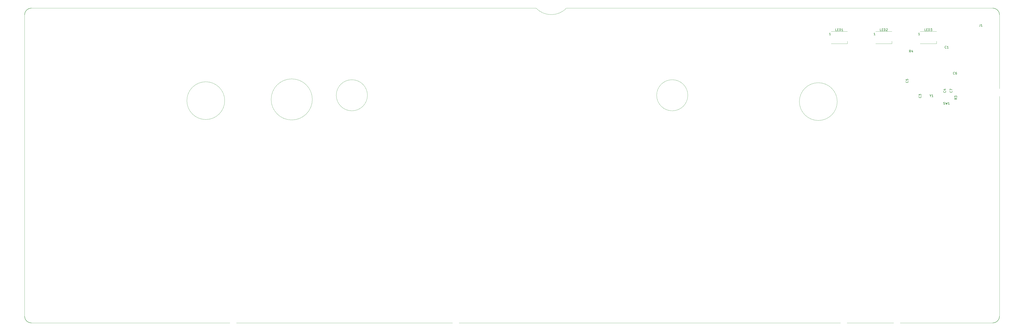
<source format=gbr>
%TF.GenerationSoftware,KiCad,Pcbnew,5.99.0-unknown-ae51e60f70~131~ubuntu21.10.1*%
%TF.CreationDate,2021-10-25T23:55:41-04:00*%
%TF.ProjectId,aek,61656b2e-6b69-4636-9164-5f7063625858,rev?*%
%TF.SameCoordinates,Original*%
%TF.FileFunction,Legend,Top*%
%TF.FilePolarity,Positive*%
%FSLAX46Y46*%
G04 Gerber Fmt 4.6, Leading zero omitted, Abs format (unit mm)*
G04 Created by KiCad (PCBNEW 5.99.0-unknown-ae51e60f70~131~ubuntu21.10.1) date 2021-10-25 23:55:41*
%MOMM*%
%LPD*%
G01*
G04 APERTURE LIST*
%TA.AperFunction,Profile*%
%ADD10C,0.150000*%
%TD*%
%TA.AperFunction,Profile*%
%ADD11C,0.050000*%
%TD*%
%ADD12C,0.150000*%
%ADD13C,0.120000*%
%ADD14O,1.070000X1.800000*%
%ADD15R,1.500000X1.000000*%
%ADD16R,1.070000X1.800000*%
%ADD17C,9.000000*%
%ADD18C,3.987800*%
%ADD19C,1.750000*%
%ADD20C,3.048000*%
G04 APERTURE END LIST*
D10*
X456882500Y-153432000D02*
G75*
G02*
X453834500Y-156480000I-3048000J0D01*
G01*
X18986500Y-17780000D02*
G75*
G02*
X22034500Y-14732000I3048000J0D01*
G01*
X22034500Y-156480000D02*
G75*
G02*
X18986500Y-153432000I0J3048000D01*
G01*
D11*
X22034500Y-156480000D02*
X453834500Y-156480000D01*
X456882500Y-153432000D02*
X456882500Y-17780000D01*
X18986500Y-17780000D02*
X18986500Y-153432000D01*
X172986500Y-53980000D02*
G75*
G03*
X172986500Y-53980000I-7000000J0D01*
G01*
X148236500Y-55850000D02*
G75*
G03*
X148236500Y-55850000I-9250000J0D01*
G01*
X248692001Y-14731999D02*
X22034500Y-14732000D01*
X262407999Y-14731999D02*
X453834500Y-14732000D01*
X108885512Y-56400000D02*
G75*
G03*
X108885512Y-56400000I-8500000J0D01*
G01*
X262407998Y-14731999D02*
G75*
G02*
X248692001Y-14731999I-6857998J6496633D01*
G01*
X316886500Y-53980000D02*
G75*
G03*
X316886500Y-53980000I-7000000J0D01*
G01*
X383985512Y-56830000D02*
G75*
G03*
X383985512Y-56830000I-8500000J0D01*
G01*
D10*
X453834500Y-14732000D02*
G75*
G02*
X456882500Y-17780000I0J-3048000D01*
G01*
D12*
%TO.C,LED1*%
X383784952Y-24968380D02*
X383308761Y-24968380D01*
X383308761Y-23968380D01*
X384118285Y-24444571D02*
X384451619Y-24444571D01*
X384594476Y-24968380D02*
X384118285Y-24968380D01*
X384118285Y-23968380D01*
X384594476Y-23968380D01*
X385023047Y-24968380D02*
X385023047Y-23968380D01*
X385261142Y-23968380D01*
X385404000Y-24016000D01*
X385499238Y-24111238D01*
X385546857Y-24206476D01*
X385594476Y-24396952D01*
X385594476Y-24539809D01*
X385546857Y-24730285D01*
X385499238Y-24825523D01*
X385404000Y-24920761D01*
X385261142Y-24968380D01*
X385023047Y-24968380D01*
X386546857Y-24968380D02*
X385975428Y-24968380D01*
X386261142Y-24968380D02*
X386261142Y-23968380D01*
X386165904Y-24111238D01*
X386070666Y-24206476D01*
X385975428Y-24254095D01*
X381039714Y-26868380D02*
X380468285Y-26868380D01*
X380754000Y-26868380D02*
X380754000Y-25868380D01*
X380658761Y-26011238D01*
X380563523Y-26106476D01*
X380468285Y-26154095D01*
%TO.C,LED2*%
X403784952Y-24968380D02*
X403308761Y-24968380D01*
X403308761Y-23968380D01*
X404118285Y-24444571D02*
X404451619Y-24444571D01*
X404594476Y-24968380D02*
X404118285Y-24968380D01*
X404118285Y-23968380D01*
X404594476Y-23968380D01*
X405023047Y-24968380D02*
X405023047Y-23968380D01*
X405261142Y-23968380D01*
X405404000Y-24016000D01*
X405499238Y-24111238D01*
X405546857Y-24206476D01*
X405594476Y-24396952D01*
X405594476Y-24539809D01*
X405546857Y-24730285D01*
X405499238Y-24825523D01*
X405404000Y-24920761D01*
X405261142Y-24968380D01*
X405023047Y-24968380D01*
X405975428Y-24063619D02*
X406023047Y-24016000D01*
X406118285Y-23968380D01*
X406356380Y-23968380D01*
X406451619Y-24016000D01*
X406499238Y-24063619D01*
X406546857Y-24158857D01*
X406546857Y-24254095D01*
X406499238Y-24396952D01*
X405927809Y-24968380D01*
X406546857Y-24968380D01*
X401039714Y-26868380D02*
X400468285Y-26868380D01*
X400754000Y-26868380D02*
X400754000Y-25868380D01*
X400658761Y-26011238D01*
X400563523Y-26106476D01*
X400468285Y-26154095D01*
%TO.C,LED3*%
X423784952Y-24968380D02*
X423308761Y-24968380D01*
X423308761Y-23968380D01*
X424118285Y-24444571D02*
X424451619Y-24444571D01*
X424594476Y-24968380D02*
X424118285Y-24968380D01*
X424118285Y-23968380D01*
X424594476Y-23968380D01*
X425023047Y-24968380D02*
X425023047Y-23968380D01*
X425261142Y-23968380D01*
X425404000Y-24016000D01*
X425499238Y-24111238D01*
X425546857Y-24206476D01*
X425594476Y-24396952D01*
X425594476Y-24539809D01*
X425546857Y-24730285D01*
X425499238Y-24825523D01*
X425404000Y-24920761D01*
X425261142Y-24968380D01*
X425023047Y-24968380D01*
X425927809Y-23968380D02*
X426546857Y-23968380D01*
X426213523Y-24349333D01*
X426356380Y-24349333D01*
X426451619Y-24396952D01*
X426499238Y-24444571D01*
X426546857Y-24539809D01*
X426546857Y-24777904D01*
X426499238Y-24873142D01*
X426451619Y-24920761D01*
X426356380Y-24968380D01*
X426070666Y-24968380D01*
X425975428Y-24920761D01*
X425927809Y-24873142D01*
X421039714Y-26868380D02*
X420468285Y-26868380D01*
X420754000Y-26868380D02*
X420754000Y-25868380D01*
X420658761Y-26011238D01*
X420563523Y-26106476D01*
X420468285Y-26154095D01*
%TO.C,H2*%
X451936095Y-49486380D02*
X451936095Y-48486380D01*
X451936095Y-48962571D02*
X452507523Y-48962571D01*
X452507523Y-49486380D02*
X452507523Y-48486380D01*
X452936095Y-48581619D02*
X452983714Y-48534000D01*
X453078952Y-48486380D01*
X453317047Y-48486380D01*
X453412285Y-48534000D01*
X453459904Y-48581619D01*
X453507523Y-48676857D01*
X453507523Y-48772095D01*
X453459904Y-48914952D01*
X452888476Y-49486380D01*
X453507523Y-49486380D01*
%TO.C,H1*%
X23038095Y-49486380D02*
X23038095Y-48486380D01*
X23038095Y-48962571D02*
X23609523Y-48962571D01*
X23609523Y-49486380D02*
X23609523Y-48486380D01*
X24609523Y-49486380D02*
X24038095Y-49486380D01*
X24323809Y-49486380D02*
X24323809Y-48486380D01*
X24228571Y-48629238D01*
X24133333Y-48724476D01*
X24038095Y-48772095D01*
%TO.C,SW1*%
X431736666Y-58062761D02*
X431879523Y-58110380D01*
X432117619Y-58110380D01*
X432212857Y-58062761D01*
X432260476Y-58015142D01*
X432308095Y-57919904D01*
X432308095Y-57824666D01*
X432260476Y-57729428D01*
X432212857Y-57681809D01*
X432117619Y-57634190D01*
X431927142Y-57586571D01*
X431831904Y-57538952D01*
X431784285Y-57491333D01*
X431736666Y-57396095D01*
X431736666Y-57300857D01*
X431784285Y-57205619D01*
X431831904Y-57158000D01*
X431927142Y-57110380D01*
X432165238Y-57110380D01*
X432308095Y-57158000D01*
X432641428Y-57110380D02*
X432879523Y-58110380D01*
X433070000Y-57396095D01*
X433260476Y-58110380D01*
X433498571Y-57110380D01*
X434403333Y-58110380D02*
X433831904Y-58110380D01*
X434117619Y-58110380D02*
X434117619Y-57110380D01*
X434022380Y-57253238D01*
X433927142Y-57348476D01*
X433831904Y-57396095D01*
%TO.C,C1*%
X432969333Y-32713142D02*
X432921714Y-32760761D01*
X432778857Y-32808380D01*
X432683619Y-32808380D01*
X432540761Y-32760761D01*
X432445523Y-32665523D01*
X432397904Y-32570285D01*
X432350285Y-32379809D01*
X432350285Y-32236952D01*
X432397904Y-32046476D01*
X432445523Y-31951238D01*
X432540761Y-31856000D01*
X432683619Y-31808380D01*
X432778857Y-31808380D01*
X432921714Y-31856000D01*
X432969333Y-31903619D01*
X433921714Y-32808380D02*
X433350285Y-32808380D01*
X433636000Y-32808380D02*
X433636000Y-31808380D01*
X433540761Y-31951238D01*
X433445523Y-32046476D01*
X433350285Y-32094095D01*
%TO.C,C5*%
X415745142Y-47664666D02*
X415792761Y-47712285D01*
X415840380Y-47855142D01*
X415840380Y-47950380D01*
X415792761Y-48093238D01*
X415697523Y-48188476D01*
X415602285Y-48236095D01*
X415411809Y-48283714D01*
X415268952Y-48283714D01*
X415078476Y-48236095D01*
X414983238Y-48188476D01*
X414888000Y-48093238D01*
X414840380Y-47950380D01*
X414840380Y-47855142D01*
X414888000Y-47712285D01*
X414935619Y-47664666D01*
X414840380Y-46759904D02*
X414840380Y-47236095D01*
X415316571Y-47283714D01*
X415268952Y-47236095D01*
X415221333Y-47140857D01*
X415221333Y-46902761D01*
X415268952Y-46807523D01*
X415316571Y-46759904D01*
X415411809Y-46712285D01*
X415649904Y-46712285D01*
X415745142Y-46759904D01*
X415792761Y-46807523D01*
X415840380Y-46902761D01*
X415840380Y-47140857D01*
X415792761Y-47236095D01*
X415745142Y-47283714D01*
%TO.C,C6*%
X436713333Y-44455142D02*
X436665714Y-44502761D01*
X436522857Y-44550380D01*
X436427619Y-44550380D01*
X436284761Y-44502761D01*
X436189523Y-44407523D01*
X436141904Y-44312285D01*
X436094285Y-44121809D01*
X436094285Y-43978952D01*
X436141904Y-43788476D01*
X436189523Y-43693238D01*
X436284761Y-43598000D01*
X436427619Y-43550380D01*
X436522857Y-43550380D01*
X436665714Y-43598000D01*
X436713333Y-43645619D01*
X437570476Y-43550380D02*
X437380000Y-43550380D01*
X437284761Y-43598000D01*
X437237142Y-43645619D01*
X437141904Y-43788476D01*
X437094285Y-43978952D01*
X437094285Y-44359904D01*
X437141904Y-44455142D01*
X437189523Y-44502761D01*
X437284761Y-44550380D01*
X437475238Y-44550380D01*
X437570476Y-44502761D01*
X437618095Y-44455142D01*
X437665714Y-44359904D01*
X437665714Y-44121809D01*
X437618095Y-44026571D01*
X437570476Y-43978952D01*
X437475238Y-43931333D01*
X437284761Y-43931333D01*
X437189523Y-43978952D01*
X437141904Y-44026571D01*
X437094285Y-44121809D01*
%TO.C,C7*%
X435514142Y-52101166D02*
X435561761Y-52148785D01*
X435609380Y-52291642D01*
X435609380Y-52386880D01*
X435561761Y-52529738D01*
X435466523Y-52624976D01*
X435371285Y-52672595D01*
X435180809Y-52720214D01*
X435037952Y-52720214D01*
X434847476Y-52672595D01*
X434752238Y-52624976D01*
X434657000Y-52529738D01*
X434609380Y-52386880D01*
X434609380Y-52291642D01*
X434657000Y-52148785D01*
X434704619Y-52101166D01*
X434609380Y-51767833D02*
X434609380Y-51101166D01*
X435609380Y-51529738D01*
%TO.C,J1*%
X448142416Y-21983130D02*
X448142416Y-22697416D01*
X448094797Y-22840273D01*
X447999559Y-22935511D01*
X447856702Y-22983130D01*
X447761464Y-22983130D01*
X449142416Y-22983130D02*
X448570988Y-22983130D01*
X448856702Y-22983130D02*
X448856702Y-21983130D01*
X448761464Y-22125988D01*
X448666226Y-22221226D01*
X448570988Y-22268845D01*
%TO.C,R3*%
X437712380Y-55181166D02*
X437236190Y-55514500D01*
X437712380Y-55752595D02*
X436712380Y-55752595D01*
X436712380Y-55371642D01*
X436760000Y-55276404D01*
X436807619Y-55228785D01*
X436902857Y-55181166D01*
X437045714Y-55181166D01*
X437140952Y-55228785D01*
X437188571Y-55276404D01*
X437236190Y-55371642D01*
X437236190Y-55752595D01*
X436712380Y-54847833D02*
X436712380Y-54228785D01*
X437093333Y-54562119D01*
X437093333Y-54419261D01*
X437140952Y-54324023D01*
X437188571Y-54276404D01*
X437283809Y-54228785D01*
X437521904Y-54228785D01*
X437617142Y-54276404D01*
X437664761Y-54324023D01*
X437712380Y-54419261D01*
X437712380Y-54704976D01*
X437664761Y-54800214D01*
X437617142Y-54847833D01*
%TO.C,R4*%
X417004833Y-34616380D02*
X416671500Y-34140190D01*
X416433404Y-34616380D02*
X416433404Y-33616380D01*
X416814357Y-33616380D01*
X416909595Y-33664000D01*
X416957214Y-33711619D01*
X417004833Y-33806857D01*
X417004833Y-33949714D01*
X416957214Y-34044952D01*
X416909595Y-34092571D01*
X416814357Y-34140190D01*
X416433404Y-34140190D01*
X417861976Y-33949714D02*
X417861976Y-34616380D01*
X417623880Y-33568761D02*
X417385785Y-34283047D01*
X418004833Y-34283047D01*
%TO.C,Y1*%
X425863309Y-54204440D02*
X425863309Y-54680630D01*
X425529976Y-53680630D02*
X425863309Y-54204440D01*
X426196642Y-53680630D01*
X427053785Y-54680630D02*
X426482357Y-54680630D01*
X426768071Y-54680630D02*
X426768071Y-53680630D01*
X426672833Y-53823488D01*
X426577595Y-53918726D01*
X426482357Y-53966345D01*
%TO.C,C3*%
X421587142Y-54456666D02*
X421634761Y-54504285D01*
X421682380Y-54647142D01*
X421682380Y-54742380D01*
X421634761Y-54885238D01*
X421539523Y-54980476D01*
X421444285Y-55028095D01*
X421253809Y-55075714D01*
X421110952Y-55075714D01*
X420920476Y-55028095D01*
X420825238Y-54980476D01*
X420730000Y-54885238D01*
X420682380Y-54742380D01*
X420682380Y-54647142D01*
X420730000Y-54504285D01*
X420777619Y-54456666D01*
X420682380Y-54123333D02*
X420682380Y-53504285D01*
X421063333Y-53837619D01*
X421063333Y-53694761D01*
X421110952Y-53599523D01*
X421158571Y-53551904D01*
X421253809Y-53504285D01*
X421491904Y-53504285D01*
X421587142Y-53551904D01*
X421634761Y-53599523D01*
X421682380Y-53694761D01*
X421682380Y-53980476D01*
X421634761Y-54075714D01*
X421587142Y-54123333D01*
%TO.C,C4*%
X432651642Y-52101166D02*
X432699261Y-52148785D01*
X432746880Y-52291642D01*
X432746880Y-52386880D01*
X432699261Y-52529738D01*
X432604023Y-52624976D01*
X432508785Y-52672595D01*
X432318309Y-52720214D01*
X432175452Y-52720214D01*
X431984976Y-52672595D01*
X431889738Y-52624976D01*
X431794500Y-52529738D01*
X431746880Y-52386880D01*
X431746880Y-52291642D01*
X431794500Y-52148785D01*
X431842119Y-52101166D01*
X432080214Y-51244023D02*
X432746880Y-51244023D01*
X431699261Y-51482119D02*
X432413547Y-51720214D01*
X432413547Y-51101166D01*
D13*
%TO.C,LED1*%
X381254000Y-30766000D02*
X388554000Y-30766000D01*
X388554000Y-30766000D02*
X388554000Y-29616000D01*
X381254000Y-25266000D02*
X388554000Y-25266000D01*
%TO.C,LED2*%
X401254000Y-25266000D02*
X408554000Y-25266000D01*
X408554000Y-30766000D02*
X408554000Y-29616000D01*
X401254000Y-30766000D02*
X408554000Y-30766000D01*
%TO.C,LED3*%
X421254000Y-30766000D02*
X428554000Y-30766000D01*
X428554000Y-30766000D02*
X428554000Y-29616000D01*
X421254000Y-25266000D02*
X428554000Y-25266000D01*
%TD*%
%LPC*%
D14*
%TO.C,LED1*%
X385539000Y-28016000D03*
D15*
X382454000Y-26416000D03*
D14*
X382999000Y-28016000D03*
D15*
X382454000Y-29616000D03*
D16*
X384269000Y-28016000D03*
D15*
X387354000Y-29616000D03*
D14*
X386809000Y-28016000D03*
D15*
X387354000Y-26416000D03*
%TD*%
%TO.C,LED2*%
X407354000Y-26416000D03*
D14*
X406809000Y-28016000D03*
D15*
X407354000Y-29616000D03*
D16*
X404269000Y-28016000D03*
D15*
X402454000Y-29616000D03*
D14*
X402999000Y-28016000D03*
D15*
X402454000Y-26416000D03*
D14*
X405539000Y-28016000D03*
%TD*%
%TO.C,LED3*%
X425539000Y-28016000D03*
D15*
X422454000Y-26416000D03*
D14*
X422999000Y-28016000D03*
D15*
X422454000Y-29616000D03*
D16*
X424269000Y-28016000D03*
D15*
X427354000Y-29616000D03*
D14*
X426809000Y-28016000D03*
D15*
X427354000Y-26416000D03*
%TD*%
D17*
%TO.C,H2*%
X452698000Y-52734000D03*
%TD*%
D18*
%TO.C,SW_0*%
X219837000Y-72707500D03*
D19*
X224917000Y-72707500D03*
X214757000Y-72707500D03*
%TD*%
D18*
%TO.C,SW_1*%
X48387000Y-72707500D03*
D19*
X43307000Y-72707500D03*
X53467000Y-72707500D03*
%TD*%
D18*
%TO.C,SW_2*%
X67437000Y-72707500D03*
D19*
X62357000Y-72707500D03*
X72517000Y-72707500D03*
%TD*%
%TO.C,SW_3*%
X81407000Y-72707500D03*
D18*
X86487000Y-72707500D03*
D19*
X91567000Y-72707500D03*
%TD*%
D18*
%TO.C,SW_6*%
X143637000Y-72707500D03*
D19*
X138557000Y-72707500D03*
X148717000Y-72707500D03*
%TD*%
%TO.C,SW_7*%
X167767000Y-72707500D03*
D18*
X162687000Y-72707500D03*
D19*
X157607000Y-72707500D03*
%TD*%
D18*
%TO.C,SW_8*%
X181737000Y-72707500D03*
D19*
X186817000Y-72707500D03*
X176657000Y-72707500D03*
%TD*%
%TO.C,SW_9*%
X195707000Y-72707500D03*
D18*
X200787000Y-72707500D03*
D19*
X205867000Y-72707500D03*
%TD*%
D18*
%TO.C,SW_A1*%
X62674500Y-110807500D03*
D19*
X67754500Y-110807500D03*
X57594500Y-110807500D03*
%TD*%
%TO.C,SW_APOS1*%
X258254500Y-110807500D03*
D18*
X253174500Y-110807500D03*
D19*
X248094500Y-110807500D03*
%TD*%
%TO.C,SW_B1*%
X153479500Y-129857500D03*
X143319500Y-129857500D03*
D18*
X148399500Y-129857500D03*
%TD*%
D19*
%TO.C,SW_BACKSP1*%
X291592000Y-72707500D03*
D20*
X274574000Y-65722500D03*
D18*
X274574000Y-80962500D03*
X286512000Y-72707500D03*
D19*
X281432000Y-72707500D03*
D20*
X298450000Y-65722500D03*
D18*
X298450000Y-80962500D03*
%TD*%
D19*
%TO.C,SW_BKSLS1*%
X296354500Y-91757500D03*
D18*
X291274500Y-91757500D03*
D19*
X286194500Y-91757500D03*
%TD*%
%TO.C,SW_C1*%
X115379500Y-129857500D03*
X105219500Y-129857500D03*
D18*
X110299500Y-129857500D03*
%TD*%
D19*
%TO.C,SW_CAP1*%
X41560750Y-110807500D03*
D18*
X36480750Y-110807500D03*
D19*
X31400750Y-110807500D03*
%TD*%
D18*
%TO.C,SW_COLON1*%
X234124500Y-110807500D03*
D19*
X229044500Y-110807500D03*
X239204500Y-110807500D03*
%TD*%
D18*
%TO.C,SW_COMMA1*%
X205549500Y-129857500D03*
D19*
X200469500Y-129857500D03*
X210629500Y-129857500D03*
%TD*%
%TO.C,SW_D1*%
X95694500Y-110807500D03*
D18*
X100774500Y-110807500D03*
D19*
X105854500Y-110807500D03*
%TD*%
D18*
%TO.C,SW_DEL1*%
X323659500Y-91757500D03*
D19*
X328739500Y-91757500D03*
X318579500Y-91757500D03*
%TD*%
%TO.C,SW_DOWN1*%
X337629500Y-148907500D03*
X347789500Y-148907500D03*
D18*
X342709500Y-148907500D03*
%TD*%
%TO.C,SW_E1*%
X96012000Y-91757500D03*
D19*
X90932000Y-91757500D03*
X101092000Y-91757500D03*
%TD*%
%TO.C,SW_END1*%
X347789500Y-91757500D03*
D18*
X342709500Y-91757500D03*
D19*
X337629500Y-91757500D03*
%TD*%
D20*
%TO.C,SW_ENTER1*%
X272192750Y-103822500D03*
D19*
X279050750Y-110807500D03*
D18*
X284130750Y-110807500D03*
X296068750Y-119062500D03*
D20*
X296068750Y-103822500D03*
D19*
X289210750Y-110807500D03*
D18*
X272192750Y-119062500D03*
%TD*%
D19*
%TO.C,SW_EQ1*%
X252857000Y-72707500D03*
D18*
X257937000Y-72707500D03*
D19*
X263017000Y-72707500D03*
%TD*%
D18*
%TO.C,SW_ESC1*%
X29337000Y-34607500D03*
D19*
X29337000Y-29527500D03*
X29337000Y-39687500D03*
%TD*%
D18*
%TO.C,SW_F1*%
X67437000Y-34607500D03*
D19*
X67437000Y-39687500D03*
X67437000Y-29527500D03*
%TD*%
%TO.C,SW_F2*%
X86487000Y-29527500D03*
X86487000Y-39687500D03*
D18*
X86487000Y-34607500D03*
%TD*%
D19*
%TO.C,SW_F3*%
X105537000Y-29527500D03*
X105537000Y-39687500D03*
D18*
X105537000Y-34607500D03*
%TD*%
D19*
%TO.C,SW_F4*%
X124587000Y-39687500D03*
D18*
X124587000Y-34607500D03*
D19*
X124587000Y-29527500D03*
%TD*%
%TO.C,SW_F5*%
X153162000Y-39687500D03*
D18*
X153162000Y-34607500D03*
D19*
X153162000Y-29527500D03*
%TD*%
D18*
%TO.C,SW_F6*%
X172212000Y-34607500D03*
D19*
X172212000Y-39687500D03*
X172212000Y-29527500D03*
%TD*%
%TO.C,SW_F7*%
X191262000Y-29527500D03*
X191262000Y-39687500D03*
D18*
X191262000Y-34607500D03*
%TD*%
D19*
%TO.C,SW_F8*%
X210312000Y-39687500D03*
D18*
X210312000Y-34607500D03*
D19*
X210312000Y-29527500D03*
%TD*%
%TO.C,SW_F9*%
X238887000Y-29527500D03*
D18*
X238887000Y-34607500D03*
D19*
X238887000Y-39687500D03*
%TD*%
%TO.C,SW_F10*%
X257937000Y-29527500D03*
D18*
X257937000Y-34607500D03*
D19*
X257937000Y-39687500D03*
%TD*%
%TO.C,SW_F11*%
X276987000Y-39687500D03*
X276987000Y-29527500D03*
D18*
X276987000Y-34607500D03*
%TD*%
%TO.C,SW_F12*%
X296037000Y-34607500D03*
D19*
X296037000Y-39687500D03*
X296037000Y-29527500D03*
%TD*%
%TO.C,SW_F13*%
X114744500Y-110807500D03*
X124904500Y-110807500D03*
D18*
X119824500Y-110807500D03*
%TD*%
D19*
%TO.C,SW_G1*%
X143954500Y-110807500D03*
X133794500Y-110807500D03*
D18*
X138874500Y-110807500D03*
%TD*%
%TO.C,SW_H1*%
X157924500Y-110807500D03*
D19*
X163004500Y-110807500D03*
X152844500Y-110807500D03*
%TD*%
%TO.C,SW_HOME1*%
X337629500Y-72707500D03*
D18*
X342709500Y-72707500D03*
D19*
X347789500Y-72707500D03*
%TD*%
D18*
%TO.C,SW_I1*%
X191262000Y-91757500D03*
D19*
X196342000Y-91757500D03*
X186182000Y-91757500D03*
%TD*%
%TO.C,SW_INS1*%
X318579500Y-72707500D03*
D18*
X323659500Y-72707500D03*
D19*
X328739500Y-72707500D03*
%TD*%
%TO.C,SW_J1*%
X171894500Y-110807500D03*
D18*
X176974500Y-110807500D03*
D19*
X182054500Y-110807500D03*
%TD*%
%TO.C,SW_K1*%
X201104500Y-110807500D03*
X190944500Y-110807500D03*
D18*
X196024500Y-110807500D03*
%TD*%
D20*
%TO.C,SW_KP0*%
X410845000Y-155892500D03*
D19*
X393827000Y-148907500D03*
D18*
X386969000Y-140652500D03*
X398907000Y-148907500D03*
D19*
X403987000Y-148907500D03*
D18*
X410845000Y-140652500D03*
D20*
X386969000Y-155892500D03*
%TD*%
D18*
%TO.C,SW_KP1*%
X389382000Y-129857500D03*
D19*
X384302000Y-129857500D03*
X394462000Y-129857500D03*
%TD*%
%TO.C,SW_KP2*%
X413512000Y-129857500D03*
D18*
X408432000Y-129857500D03*
D19*
X403352000Y-129857500D03*
%TD*%
%TO.C,SW_KP3*%
X432562000Y-129857500D03*
X422402000Y-129857500D03*
D18*
X427482000Y-129857500D03*
%TD*%
D19*
%TO.C,SW_KP4*%
X384302000Y-110807500D03*
D18*
X389382000Y-110807500D03*
D19*
X394462000Y-110807500D03*
%TD*%
%TO.C,SW_KP5*%
X413512000Y-110807500D03*
D18*
X408432000Y-110807500D03*
D19*
X403352000Y-110807500D03*
%TD*%
%TO.C,SW_KP6*%
X432562000Y-110807500D03*
X422402000Y-110807500D03*
D18*
X427482000Y-110807500D03*
%TD*%
D19*
%TO.C,SW_KP7*%
X384302000Y-91757500D03*
D18*
X389382000Y-91757500D03*
D19*
X394462000Y-91757500D03*
%TD*%
D18*
%TO.C,SW_KP8*%
X408432000Y-91757500D03*
D19*
X413512000Y-91757500D03*
X403352000Y-91757500D03*
%TD*%
%TO.C,SW_KP9*%
X422402000Y-91757500D03*
D18*
X427482000Y-91757500D03*
D19*
X432562000Y-91757500D03*
%TD*%
D18*
%TO.C,SW_KPASTR1*%
X446532000Y-72707500D03*
D19*
X441452000Y-72707500D03*
X451612000Y-72707500D03*
%TD*%
D18*
%TO.C,SW_KPENTER1*%
X446532000Y-139382500D03*
D19*
X446532000Y-134302500D03*
D18*
X438277000Y-151320500D03*
D19*
X446532000Y-144462500D03*
D18*
X438277000Y-127444500D03*
D20*
X453517000Y-127444500D03*
X453517000Y-151320500D03*
%TD*%
D19*
%TO.C,SW_KPEQ1*%
X413512000Y-72707500D03*
D18*
X408432000Y-72707500D03*
D19*
X403352000Y-72707500D03*
%TD*%
%TO.C,SW_KPMINUS1*%
X441452000Y-91757500D03*
D18*
X446532000Y-91757500D03*
D19*
X451612000Y-91757500D03*
%TD*%
%TO.C,SW_KPPER1*%
X422402000Y-148907500D03*
D18*
X427482000Y-148907500D03*
D19*
X432562000Y-148907500D03*
%TD*%
D18*
%TO.C,SW_KPPLUS1*%
X446532000Y-110807500D03*
D19*
X441452000Y-110807500D03*
X451612000Y-110807500D03*
%TD*%
%TO.C,SW_L1*%
X220154500Y-110807500D03*
X209994500Y-110807500D03*
D18*
X215074500Y-110807500D03*
%TD*%
D19*
%TO.C,SW_LALT1*%
X81407000Y-148907500D03*
D18*
X86487000Y-148907500D03*
D19*
X91567000Y-148907500D03*
%TD*%
%TO.C,SW_LBRAC1*%
X253492000Y-91757500D03*
X243332000Y-91757500D03*
D18*
X248412000Y-91757500D03*
%TD*%
D19*
%TO.C,SW_LCTR1*%
X29019500Y-148907500D03*
X39179500Y-148907500D03*
D18*
X34099500Y-148907500D03*
%TD*%
%TO.C,SW_LEFT1*%
X323659500Y-148907500D03*
D19*
X328739500Y-148907500D03*
X318579500Y-148907500D03*
%TD*%
D18*
%TO.C,SW_LMOD1*%
X60293250Y-148907500D03*
D19*
X65373250Y-148907500D03*
X55213250Y-148907500D03*
%TD*%
D20*
%TO.C,SW_LSH1*%
X29305250Y-122872500D03*
X53181250Y-122872500D03*
D19*
X36163250Y-129857500D03*
D18*
X41243250Y-129857500D03*
D19*
X46323250Y-129857500D03*
D18*
X53181250Y-138112500D03*
X29305250Y-138112500D03*
%TD*%
D19*
%TO.C,SW_M1*%
X191579500Y-129857500D03*
D18*
X186499500Y-129857500D03*
D19*
X181419500Y-129857500D03*
%TD*%
D18*
%TO.C,SW_MINUS1*%
X238887000Y-72707500D03*
D19*
X233807000Y-72707500D03*
X243967000Y-72707500D03*
%TD*%
%TO.C,SW_N1*%
X162369500Y-129857500D03*
X172529500Y-129857500D03*
D18*
X167449500Y-129857500D03*
%TD*%
D19*
%TO.C,SW_O1*%
X205232000Y-91757500D03*
X215392000Y-91757500D03*
D18*
X210312000Y-91757500D03*
%TD*%
D19*
%TO.C,SW_P1*%
X234442000Y-91757500D03*
X224282000Y-91757500D03*
D18*
X229362000Y-91757500D03*
%TD*%
%TO.C,SW_PAUSE1*%
X361759500Y-34607500D03*
D19*
X361759500Y-29527500D03*
X361759500Y-39687500D03*
%TD*%
%TO.C,SW_PERIOD1*%
X229679500Y-129857500D03*
X219519500Y-129857500D03*
D18*
X224599500Y-129857500D03*
%TD*%
%TO.C,SW_PGDN1*%
X361759500Y-91757500D03*
D19*
X356679500Y-91757500D03*
X366839500Y-91757500D03*
%TD*%
D18*
%TO.C,SW_PGUP1*%
X361759500Y-72707500D03*
D19*
X356679500Y-72707500D03*
X366839500Y-72707500D03*
%TD*%
%TO.C,SW_POW1*%
X446532000Y-39687500D03*
X446532000Y-29527500D03*
D18*
X446532000Y-34607500D03*
%TD*%
%TO.C,SW_PRSC1*%
X323659500Y-34607500D03*
D19*
X323659500Y-39687500D03*
X323659500Y-29527500D03*
%TD*%
%TO.C,SW_Q1*%
X62992000Y-91757500D03*
X52832000Y-91757500D03*
D18*
X57912000Y-91757500D03*
%TD*%
D19*
%TO.C,SW_R1*%
X120142000Y-91757500D03*
D18*
X115062000Y-91757500D03*
D19*
X109982000Y-91757500D03*
%TD*%
%TO.C,SW_RALT1*%
X243967000Y-148907500D03*
X233807000Y-148907500D03*
D18*
X238887000Y-148907500D03*
%TD*%
D19*
%TO.C,SW_RBRAC1*%
X262382000Y-91757500D03*
X272542000Y-91757500D03*
D18*
X267462000Y-91757500D03*
%TD*%
D19*
%TO.C,SW_RCTR1*%
X296354500Y-148907500D03*
D18*
X291274500Y-148907500D03*
D19*
X286194500Y-148907500D03*
%TD*%
%TO.C,SW_RIGHT1*%
X356679500Y-148907500D03*
D18*
X361759500Y-148907500D03*
D19*
X366839500Y-148907500D03*
%TD*%
D18*
%TO.C,SW_RMOD1*%
X265080750Y-148907500D03*
D19*
X270160750Y-148907500D03*
X260000750Y-148907500D03*
%TD*%
D18*
%TO.C,SW_RSH1*%
X279368250Y-129857500D03*
D20*
X291306250Y-122872500D03*
D18*
X291306250Y-138112500D03*
D20*
X267430250Y-122872500D03*
D18*
X267430250Y-138112500D03*
D19*
X274288250Y-129857500D03*
X284448250Y-129857500D03*
%TD*%
%TO.C,SW_S1*%
X76644500Y-110807500D03*
D18*
X81724500Y-110807500D03*
D19*
X86804500Y-110807500D03*
%TD*%
%TO.C,SW_SCLK1*%
X342709500Y-29527500D03*
D18*
X342709500Y-34607500D03*
D19*
X342709500Y-39687500D03*
%TD*%
%TO.C,SW_SLASH1*%
X238569500Y-129857500D03*
X248729500Y-129857500D03*
D18*
X243649500Y-129857500D03*
%TD*%
D20*
%TO.C,SW_SPACE1*%
X212686900Y-155892500D03*
D18*
X212686900Y-140652500D03*
D19*
X167767000Y-148907500D03*
D18*
X162687000Y-148907500D03*
D20*
X112687100Y-155892500D03*
D19*
X157607000Y-148907500D03*
D18*
X112687100Y-140652500D03*
%TD*%
%TO.C,SW_T1*%
X134112000Y-91757500D03*
D19*
X129032000Y-91757500D03*
X139192000Y-91757500D03*
%TD*%
%TO.C,SW_TAB1*%
X39179500Y-91757500D03*
X29019500Y-91757500D03*
D18*
X34099500Y-91757500D03*
%TD*%
%TO.C,SW_TICK1*%
X29337000Y-72707500D03*
D19*
X34417000Y-72707500D03*
X24257000Y-72707500D03*
%TD*%
%TO.C,SW_U1*%
X177292000Y-91757500D03*
X167132000Y-91757500D03*
D18*
X172212000Y-91757500D03*
%TD*%
%TO.C,SW_UP1*%
X342709500Y-129857500D03*
D19*
X337629500Y-129857500D03*
X347789500Y-129857500D03*
%TD*%
%TO.C,SW_V1*%
X124269500Y-129857500D03*
X134429500Y-129857500D03*
D18*
X129349500Y-129857500D03*
%TD*%
D19*
%TO.C,SW_W1*%
X71882000Y-91757500D03*
D18*
X76962000Y-91757500D03*
D19*
X82042000Y-91757500D03*
%TD*%
%TO.C,SW_X1*%
X86169500Y-129857500D03*
X96329500Y-129857500D03*
D18*
X91249500Y-129857500D03*
%TD*%
%TO.C,SW_Y1*%
X153162000Y-91757500D03*
D19*
X148082000Y-91757500D03*
X158242000Y-91757500D03*
%TD*%
%TO.C,SW_Z1*%
X67119500Y-129857500D03*
X77279500Y-129857500D03*
D18*
X72199500Y-129857500D03*
%TD*%
D17*
%TO.C,H1*%
X23800000Y-52734000D03*
%TD*%
D19*
%TO.C,SW_4*%
X110617000Y-72707500D03*
D18*
X105537000Y-72707500D03*
D19*
X100457000Y-72707500D03*
%TD*%
%TO.C,SW_5*%
X129667000Y-72707500D03*
X119507000Y-72707500D03*
D18*
X124587000Y-72707500D03*
%TD*%
%TO.C,SW_NUMLK1*%
X389382000Y-72707500D03*
D19*
X384302000Y-72707500D03*
X394462000Y-72707500D03*
%TD*%
%TO.C,SW_KP0X1*%
X413512000Y-148907500D03*
X403352000Y-148907500D03*
D18*
X408432000Y-148907500D03*
%TD*%
D19*
%TO.C,SW_KPENTERALT1*%
X451612000Y-148907500D03*
X441452000Y-148907500D03*
D18*
X446532000Y-148907500D03*
%TD*%
%TO.C,SW_KPSLASH1*%
X427482000Y-72707500D03*
D19*
X432562000Y-72707500D03*
X422402000Y-72707500D03*
%TD*%
%TO.C,SW_KP0ALT1*%
X394462000Y-148907500D03*
D18*
X389382000Y-148907500D03*
D19*
X384302000Y-148907500D03*
%TD*%
%TO.C,SW_KPENTERX1*%
X451612000Y-129857500D03*
X441452000Y-129857500D03*
D18*
X446532000Y-129857500D03*
%TD*%
M02*

</source>
